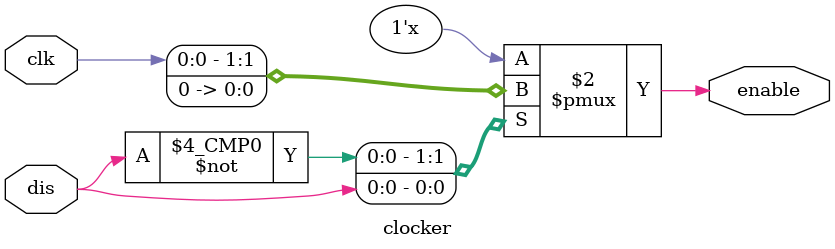
<source format=sv>
module clocker (
input dis,
input clk,
output enable
);

always_comb
case(dis)
	0: enable = clk;
	1: enable = 0;
	default: enable = clk;
endcase

endmodule
</source>
